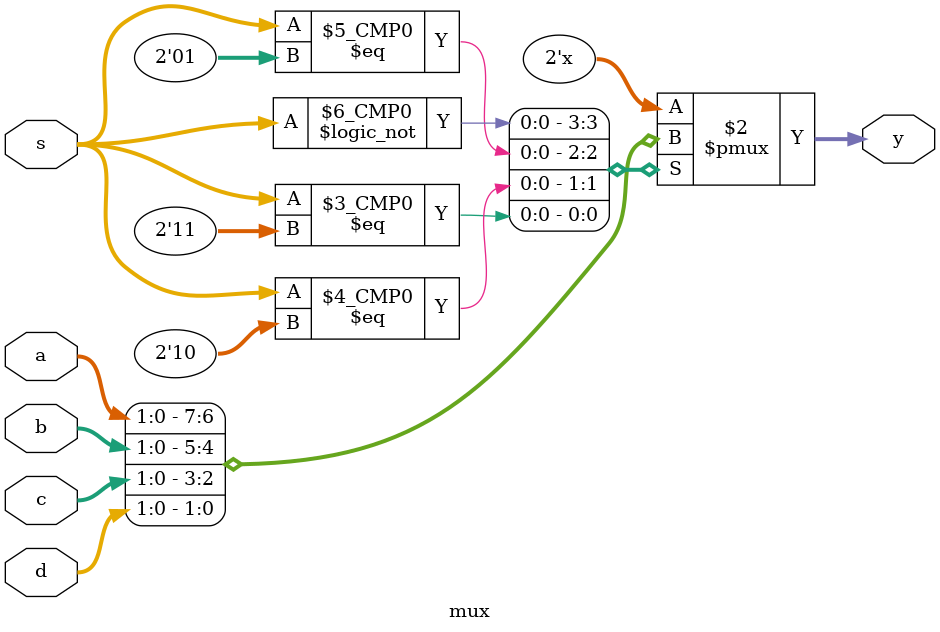
<source format=v>
module mux(a, b, s, c, d, y);
    input [1:0] a, b, c, d, s;
    output reg [1:0] y; // it needs to be reg because y would be inside an always block

    always @(*) begin
        case (s)
            2'b00 : begin y <= a; end
            2'b01 : begin y <= b; end
            2'b10 : begin y <= c; end
            2'b11 : begin y <= d; end
            default : begin y <= 2'b00; end // if none match
        endcase
    end
endmodule
</source>
